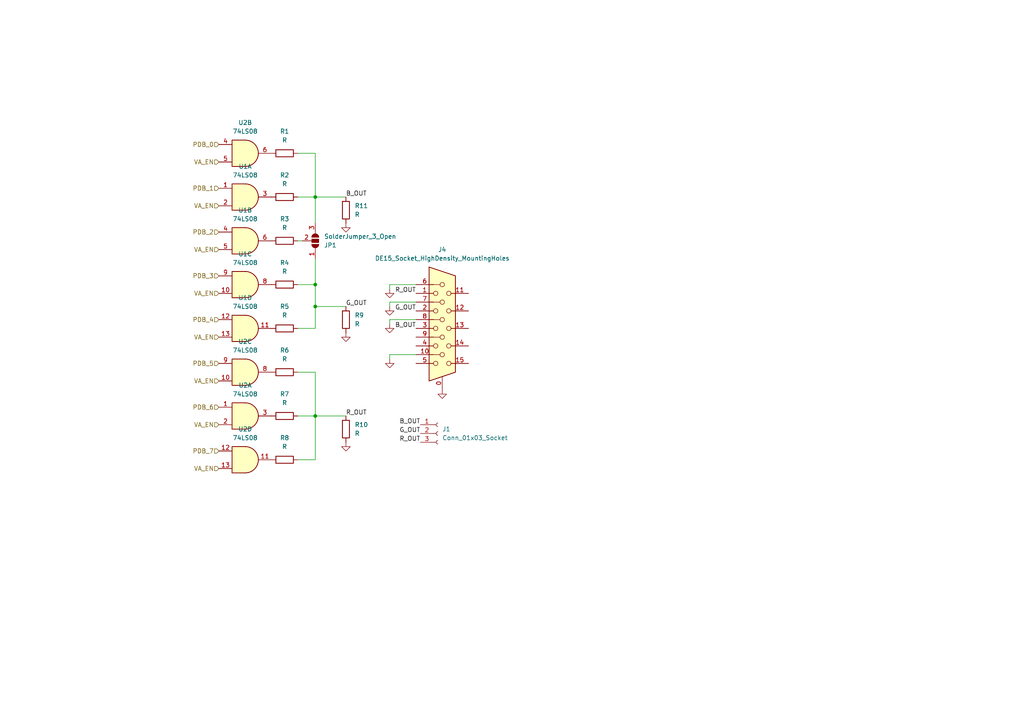
<source format=kicad_sch>
(kicad_sch (version 20250114) (generator "eeschema") (generator_version "9.0")
  (paper "A4")
  (lib_symbols
    (symbol "74xx:74LS08" (pin_names (offset 1.016))
      (property "Reference" "U" (at 0 1.27 0))
      (property "Value" "74LS08" (at 0 -1.27 0))
      (symbol "74LS08_1_1"
        (arc (start 0 3.81) (mid 3.7934 0) (end 0 -3.81) (stroke (width 0.254)) (fill (type background)))
        (polyline (pts (xy 0 3.81) (xy -3.81 3.81) (xy -3.81 -3.81) (xy 0 -3.81)) (stroke (width 0.254)) (fill (type background)))
        (pin input line (at -7.62 2.54 0) (length 3.81) (name "~") (number "1"))
        (pin input line (at -7.62 -2.54 0) (length 3.81) (name "~") (number "2"))
        (pin output line (at 7.62 0 180) (length 3.81) (name "~") (number "3"))
      )
      (symbol "74LS08_1_2"
        (arc (start -3.81 3.81) (mid -2.589 0) (end -3.81 -3.81) (stroke (width 0.254)))
        (polyline (pts (xy -3.81 3.81) (xy -0.635 3.81)) (stroke (width 0.254)) (fill (type background)))
        (polyline (pts (xy -3.81 -3.81) (xy -0.635 -3.81)) (stroke (width 0.254)) (fill (type background)))
        (arc (start 3.81 0) (mid 2.1855 -2.584) (end -0.6096 -3.81) (stroke (width 0.254)) (fill (type background)))
        (arc (start -0.6096 3.81) (mid 2.1928 2.5924) (end 3.81 0) (stroke (width 0.254)) (fill (type background)))
        (polyline (pts (xy -0.635 3.81) (xy -3.81 3.81) (xy -3.81 3.81) (xy -3.556 3.4036) (xy -3.0226 2.2606) (xy -2.6924 1.0414) (xy -2.6162 -0.254) (xy -2.7686 -1.4986) (xy -3.175 -2.7178) (xy -3.81 -3.81) (xy -3.81 -3.81) (xy -0.635 -3.81)) (stroke (width -25.4)) (fill (type background)))
        (pin input inverted (at -7.62 2.54 0) (length 4.318) (name "~") (number "1"))
        (pin input inverted (at -7.62 -2.54 0) (length 4.318) (name "~") (number "2"))
        (pin output inverted (at 7.62 0 180) (length 3.81) (name "~") (number "3"))
      )
      (symbol "74LS08_2_1"
        (arc (start 0 3.81) (mid 3.7934 0) (end 0 -3.81) (stroke (width 0.254)) (fill (type background)))
        (polyline (pts (xy 0 3.81) (xy -3.81 3.81) (xy -3.81 -3.81) (xy 0 -3.81)) (stroke (width 0.254)) (fill (type background)))
        (pin input line (at -7.62 2.54 0) (length 3.81) (name "~") (number "4"))
        (pin input line (at -7.62 -2.54 0) (length 3.81) (name "~") (number "5"))
        (pin output line (at 7.62 0 180) (length 3.81) (name "~") (number "6"))
      )
      (symbol "74LS08_2_2"
        (arc (start -3.81 3.81) (mid -2.589 0) (end -3.81 -3.81) (stroke (width 0.254)))
        (polyline (pts (xy -3.81 3.81) (xy -0.635 3.81)) (stroke (width 0.254)) (fill (type background)))
        (polyline (pts (xy -3.81 -3.81) (xy -0.635 -3.81)) (stroke (width 0.254)) (fill (type background)))
        (arc (start 3.81 0) (mid 2.1855 -2.584) (end -0.6096 -3.81) (stroke (width 0.254)) (fill (type background)))
        (arc (start -0.6096 3.81) (mid 2.1928 2.5924) (end 3.81 0) (stroke (width 0.254)) (fill (type background)))
        (polyline (pts (xy -0.635 3.81) (xy -3.81 3.81) (xy -3.81 3.81) (xy -3.556 3.4036) (xy -3.0226 2.2606) (xy -2.6924 1.0414) (xy -2.6162 -0.254) (xy -2.7686 -1.4986) (xy -3.175 -2.7178) (xy -3.81 -3.81) (xy -3.81 -3.81) (xy -0.635 -3.81)) (stroke (width -25.4)) (fill (type background)))
        (pin input inverted (at -7.62 2.54 0) (length 4.318) (name "~") (number "4"))
        (pin input inverted (at -7.62 -2.54 0) (length 4.318) (name "~") (number "5"))
        (pin output inverted (at 7.62 0 180) (length 3.81) (name "~") (number "6"))
      )
      (symbol "74LS08_3_1"
        (arc (start 0 3.81) (mid 3.7934 0) (end 0 -3.81) (stroke (width 0.254)) (fill (type background)))
        (polyline (pts (xy 0 3.81) (xy -3.81 3.81) (xy -3.81 -3.81) (xy 0 -3.81)) (stroke (width 0.254)) (fill (type background)))
        (pin input line (at -7.62 2.54 0) (length 3.81) (name "~") (number "9"))
        (pin input line (at -7.62 -2.54 0) (length 3.81) (name "~") (number "10"))
        (pin output line (at 7.62 0 180) (length 3.81) (name "~") (number "8"))
      )
      (symbol "74LS08_3_2"
        (arc (start -3.81 3.81) (mid -2.589 0) (end -3.81 -3.81) (stroke (width 0.254)))
        (polyline (pts (xy -3.81 3.81) (xy -0.635 3.81)) (stroke (width 0.254)) (fill (type background)))
        (polyline (pts (xy -3.81 -3.81) (xy -0.635 -3.81)) (stroke (width 0.254)) (fill (type background)))
        (arc (start 3.81 0) (mid 2.1855 -2.584) (end -0.6096 -3.81) (stroke (width 0.254)) (fill (type background)))
        (arc (start -0.6096 3.81) (mid 2.1928 2.5924) (end 3.81 0) (stroke (width 0.254)) (fill (type background)))
        (polyline (pts (xy -0.635 3.81) (xy -3.81 3.81) (xy -3.81 3.81) (xy -3.556 3.4036) (xy -3.0226 2.2606) (xy -2.6924 1.0414) (xy -2.6162 -0.254) (xy -2.7686 -1.4986) (xy -3.175 -2.7178) (xy -3.81 -3.81) (xy -3.81 -3.81) (xy -0.635 -3.81)) (stroke (width -25.4)) (fill (type background)))
        (pin input inverted (at -7.62 2.54 0) (length 4.318) (name "~") (number "9"))
        (pin input inverted (at -7.62 -2.54 0) (length 4.318) (name "~") (number "10"))
        (pin output inverted (at 7.62 0 180) (length 3.81) (name "~") (number "8"))
      )
      (symbol "74LS08_4_1"
        (arc (start 0 3.81) (mid 3.7934 0) (end 0 -3.81) (stroke (width 0.254)) (fill (type background)))
        (polyline (pts (xy 0 3.81) (xy -3.81 3.81) (xy -3.81 -3.81) (xy 0 -3.81)) (stroke (width 0.254)) (fill (type background)))
        (pin input line (at -7.62 2.54 0) (length 3.81) (name "~") (number "12"))
        (pin input line (at -7.62 -2.54 0) (length 3.81) (name "~") (number "13"))
        (pin output line (at 7.62 0 180) (length 3.81) (name "~") (number "11"))
      )
      (symbol "74LS08_4_2"
        (arc (start -3.81 3.81) (mid -2.589 0) (end -3.81 -3.81) (stroke (width 0.254)))
        (polyline (pts (xy -3.81 3.81) (xy -0.635 3.81)) (stroke (width 0.254)) (fill (type background)))
        (polyline (pts (xy -3.81 -3.81) (xy -0.635 -3.81)) (stroke (width 0.254)) (fill (type background)))
        (arc (start 3.81 0) (mid 2.1855 -2.584) (end -0.6096 -3.81) (stroke (width 0.254)) (fill (type background)))
        (arc (start -0.6096 3.81) (mid 2.1928 2.5924) (end 3.81 0) (stroke (width 0.254)) (fill (type background)))
        (polyline (pts (xy -0.635 3.81) (xy -3.81 3.81) (xy -3.81 3.81) (xy -3.556 3.4036) (xy -3.0226 2.2606) (xy -2.6924 1.0414) (xy -2.6162 -0.254) (xy -2.7686 -1.4986) (xy -3.175 -2.7178) (xy -3.81 -3.81) (xy -3.81 -3.81) (xy -0.635 -3.81)) (stroke (width -25.4)) (fill (type background)))
        (pin input inverted (at -7.62 2.54 0) (length 4.318) (name "~") (number "12"))
        (pin input inverted (at -7.62 -2.54 0) (length 4.318) (name "~") (number "13"))
        (pin output inverted (at 7.62 0 180) (length 3.81) (name "~") (number "11"))
      )
      (symbol "74LS08_5_0"
        (pin power_in line (at 0 12.7 270) (length 5.08) (name "VCC") (number "14"))
        (pin power_in line (at 0 -12.7 90) (length 5.08) (name "GND") (number "7"))
      )
      (symbol "74LS08_5_1"
        (rectangle (start -5.08 7.62) (end 5.08 -7.62) (stroke (width 0.254)) (fill (type background)))
      )
    )
    (symbol "Connector:Conn_01x03_Socket" (pin_names (offset 1.016) (hide yes))
      (property "Reference" "J" (at 0 5.08 0))
      (property "Value" "Conn_01x03_Socket" (at 0 -5.08 0))
      (symbol "Conn_01x03_Socket_1_1"
        (polyline (pts (xy -1.27 2.54) (xy -0.508 2.54)) (stroke (width 0.1524)))
        (polyline (pts (xy -1.27 0) (xy -0.508 0)) (stroke (width 0.1524)))
        (polyline (pts (xy -1.27 -2.54) (xy -0.508 -2.54)) (stroke (width 0.1524)))
        (arc (start 0 2.032) (mid -0.5058 2.54) (end 0 3.048) (stroke (width 0.1524)))
        (arc (start 0 -0.508) (mid -0.5058 0) (end 0 0.508) (stroke (width 0.1524)))
        (arc (start 0 -3.048) (mid -0.5058 -2.54) (end 0 -2.032) (stroke (width 0.1524)))
        (pin passive line (at -5.08 2.54 0) (length 3.81) (name "Pin_1") (number "1"))
        (pin passive line (at -5.08 0 0) (length 3.81) (name "Pin_2") (number "2"))
        (pin passive line (at -5.08 -2.54 0) (length 3.81) (name "Pin_3") (number "3"))
      )
    )
    (symbol "Connector:DE15_Socket_HighDensity_MountingHoles" (pin_names (offset 1.016) (hide yes))
      (property "Reference" "J" (at 0 21.59 0))
      (property "Value" "DE15_Socket_HighDensity_MountingHoles" (at 0 19.05 0))
      (symbol "DE15_Socket_HighDensity_MountingHoles_0_1"
        (polyline (pts (xy -3.81 17.78) (xy -3.81 -15.24) (xy 3.81 -12.7) (xy 3.81 15.24) (xy -3.81 17.78)) (stroke (width 0.254)) (fill (type background)))
        (polyline (pts (xy -3.175 7.62) (xy -0.635 7.62)))
        (circle (center -1.905 10.16) (radius 0.635))
        (circle (center -1.905 5.08) (radius 0.635))
        (circle (center -1.905 0) (radius 0.635))
        (circle (center -1.905 -5.08) (radius 0.635))
        (circle (center -1.905 -10.16) (radius 0.635))
        (polyline (pts (xy -0.635 12.7) (xy -3.175 12.7)))
        (polyline (pts (xy -0.635 2.54) (xy -3.175 2.54)))
        (polyline (pts (xy -0.635 -2.54) (xy -3.175 -2.54)))
        (polyline (pts (xy -0.635 -7.62) (xy -3.175 -7.62)))
        (circle (center 0 12.7) (radius 0.635))
        (circle (center 0 7.62) (radius 0.635))
        (circle (center 0 2.54) (radius 0.635))
        (circle (center 0 -2.54) (radius 0.635))
        (circle (center 0 -7.62) (radius 0.635))
        (circle (center 1.905 10.16) (radius 0.635))
        (circle (center 1.905 5.08) (radius 0.635))
        (circle (center 1.905 0) (radius 0.635))
        (circle (center 1.905 -5.08) (radius 0.635))
        (circle (center 1.905 -10.16) (radius 0.635))
      )
      (symbol "DE15_Socket_HighDensity_MountingHoles_1_1"
        (pin passive line (at -7.62 12.7 0) (length 5.08) (name "~") (number "6"))
        (pin passive line (at -7.62 10.16 0) (length 5.08) (name "~") (number "1"))
        (pin passive line (at -7.62 7.62 0) (length 5.08) (name "~") (number "7"))
        (pin passive line (at -7.62 5.08 0) (length 5.08) (name "~") (number "2"))
        (pin passive line (at -7.62 2.54 0) (length 5.08) (name "~") (number "8"))
        (pin passive line (at -7.62 0 0) (length 5.08) (name "~") (number "3"))
        (pin passive line (at -7.62 -2.54 0) (length 5.08) (name "~") (number "9"))
        (pin passive line (at -7.62 -5.08 0) (length 5.08) (name "~") (number "4"))
        (pin passive line (at -7.62 -7.62 0) (length 5.08) (name "~") (number "10"))
        (pin passive line (at -7.62 -10.16 0) (length 5.08) (name "~") (number "5"))
        (pin passive line (at 0 -17.78 90) (length 3.81) (name "~") (number "0"))
        (pin passive line (at 7.62 10.16 180) (length 5.08) (name "~") (number "11"))
        (pin passive line (at 7.62 5.08 180) (length 5.08) (name "~") (number "12"))
        (pin passive line (at 7.62 0 180) (length 5.08) (name "~") (number "13"))
        (pin passive line (at 7.62 -5.08 180) (length 5.08) (name "~") (number "14"))
        (pin passive line (at 7.62 -10.16 180) (length 5.08) (name "~") (number "15"))
      )
    )
    (symbol "Device:R" (pin_numbers (hide yes)) (pin_names (offset 0))
      (property "Reference" "R" (at 2.032 0 90))
      (property "Value" "R" (at 0 0 90))
      (symbol "R_0_1"
        (rectangle (start -1.016 -2.54) (end 1.016 2.54) (stroke (width 0.254)))
      )
      (symbol "R_1_1"
        (pin passive line (at 0 3.81 270) (length 1.27) (name "~") (number "1"))
        (pin passive line (at 0 -3.81 90) (length 1.27) (name "~") (number "2"))
      )
    )
    (symbol "Jumper:SolderJumper_3_Open" (pin_names (offset 0) (hide yes)) (in_bom no)
      (property "Reference" "JP" (at -2.54 -2.54 0))
      (property "Value" "SolderJumper_3_Open" (at 0 2.794 0))
      (symbol "SolderJumper_3_Open_0_1"
        (polyline (pts (xy -2.54 0) (xy -2.032 0)))
        (polyline (pts (xy -1.016 1.016) (xy -1.016 -1.016)))
        (arc (start -1.016 -1.016) (mid -2.0276 0) (end -1.016 1.016))
        (arc (start -1.016 -1.016) (mid -2.0276 0) (end -1.016 1.016) (fill (type outline)))
        (rectangle (start -0.508 1.016) (end 0.508 -1.016) (fill (type outline)))
        (polyline (pts (xy 0 -1.27) (xy 0 -1.016)))
        (arc (start 1.016 1.016) (mid 2.0276 0) (end 1.016 -1.016))
        (arc (start 1.016 1.016) (mid 2.0276 0) (end 1.016 -1.016) (fill (type outline)))
        (polyline (pts (xy 1.016 1.016) (xy 1.016 -1.016)))
        (polyline (pts (xy 2.54 0) (xy 2.032 0)))
      )
      (symbol "SolderJumper_3_Open_1_1"
        (pin passive line (at -5.08 0 0) (length 2.54) (name "A") (number "1"))
        (pin passive line (at 0 -3.81 90) (length 2.54) (name "C") (number "2"))
        (pin passive line (at 5.08 0 180) (length 2.54) (name "B") (number "3"))
      )
    )
    (symbol "power:GND" (power) (pin_names (offset 0))
      (property "Value" "GND" (at 0 -3.81 0))
      (symbol "GND_0_1"
        (polyline (pts (xy 0 0) (xy 0 -1.27) (xy 1.27 -1.27) (xy 0 -2.54) (xy -1.27 -1.27) (xy 0 -1.27)))
      )
      (symbol "GND_1_1"
        (pin power_in line (at 0 0 270) (length 0) (hide yes) (name "GND") (number "1"))
      )
    )
  )
  (junction (at 91.44 120.65))
  (junction (at 91.44 88.9))
  (junction (at 91.44 57.15))
  (junction (at 91.44 82.55))
  (wire (pts (xy 86.36 107.95) (xy 91.44 107.95)))
  (wire (pts (xy 91.44 74.93) (xy 91.44 82.55)))
  (wire (pts (xy 113.03 102.87) (xy 120.65 102.87)))
  (wire (pts (xy 91.44 133.35) (xy 86.36 133.35)))
  (wire (pts (xy 113.03 104.14) (xy 113.03 102.87)))
  (wire (pts (xy 91.44 88.9) (xy 91.44 95.25)))
  (wire (pts (xy 91.44 88.9) (xy 100.33 88.9)))
  (wire (pts (xy 113.03 87.63) (xy 120.65 87.63)))
  (wire (pts (xy 113.03 92.71) (xy 120.65 92.71)))
  (wire (pts (xy 113.03 83.82) (xy 113.03 82.55)))
  (wire (pts (xy 91.44 82.55) (xy 91.44 88.9)))
  (wire (pts (xy 91.44 57.15) (xy 100.33 57.15)))
  (wire (pts (xy 91.44 44.45) (xy 91.44 57.15)))
  (wire (pts (xy 86.36 82.55) (xy 91.44 82.55)))
  (wire (pts (xy 91.44 107.95) (xy 91.44 120.65)))
  (wire (pts (xy 91.44 64.77) (xy 91.44 57.15)))
  (wire (pts (xy 113.03 82.55) (xy 120.65 82.55)))
  (wire (pts (xy 87.63 69.85) (xy 86.36 69.85)))
  (wire (pts (xy 113.03 88.9) (xy 113.03 87.63)))
  (wire (pts (xy 91.44 120.65) (xy 91.44 133.35)))
  (wire (pts (xy 91.44 95.25) (xy 86.36 95.25)))
  (wire (pts (xy 113.03 93.98) (xy 113.03 92.71)))
  (wire (pts (xy 86.36 57.15) (xy 91.44 57.15)))
  (wire (pts (xy 86.36 120.65) (xy 91.44 120.65)))
  (wire (pts (xy 91.44 120.65) (xy 100.33 120.65)))
  (wire (pts (xy 86.36 44.45) (xy 91.44 44.45)))
  (label "G_OUT" (at 121.92 125.73 180))
  (label "R_OUT" (at 120.65 85.09 180))
  (label "R_OUT" (at 121.92 128.27 180))
  (label "G_OUT" (at 120.65 90.17 180))
  (label "G_OUT" (at 100.33 88.9 0))
  (label "B_OUT" (at 120.65 95.25 180))
  (label "B_OUT" (at 121.92 123.19 180))
  (label "B_OUT" (at 100.33 57.15 0))
  (label "R_OUT" (at 100.33 120.65 0))
  (hierarchical_label "PDB_4" (shape input) (at 63.5 92.71 180))
  (hierarchical_label "VA_EN" (shape input) (at 63.5 135.89 180))
  (hierarchical_label "VA_EN" (shape input) (at 63.5 46.99 180))
  (hierarchical_label "PDB_7" (shape input) (at 63.5 130.81 180))
  (hierarchical_label "VA_EN" (shape input) (at 63.5 59.69 180))
  (hierarchical_label "VA_EN" (shape input) (at 63.5 123.19 180))
  (hierarchical_label "VA_EN" (shape input) (at 63.5 72.39 180))
  (hierarchical_label "VA_EN" (shape input) (at 63.5 97.79 180))
  (hierarchical_label "VA_EN" (shape input) (at 63.5 110.49 180))
  (hierarchical_label "PDB_3" (shape input) (at 63.5 80.01 180))
  (hierarchical_label "VA_EN" (shape input) (at 63.5 85.09 180))
  (hierarchical_label "PDB_2" (shape input) (at 63.5 67.31 180))
  (hierarchical_label "PDB_0" (shape input) (at 63.5 41.91 180))
  (hierarchical_label "PDB_6" (shape input) (at 63.5 118.11 180))
  (hierarchical_label "PDB_1" (shape input) (at 63.5 54.61 180))
  (hierarchical_label "PDB_5" (shape input) (at 63.5 105.41 180))
  (symbol (lib_id "power:GND") (at 113.03 93.98 0) (unit 1)
    (property "Reference" "#PWR039" (effects (hide yes)))
    (property "Value" "GND" (effects (hide yes)))
  )
  (symbol (lib_id "Device:R") (at 82.55 107.95 90) (unit 1)
    (property "Reference" "R6" (at 82.55 101.6 90))
    (property "Value" "R" (at 82.55 104.14 90))
    (property "Footprint" "Resistor_THT:R_Axial_DIN0204_L3.6mm_D1.6mm_P7.62mm_Horizontal" (effects (hide yes)))
    (property "Description" "Resistor" (effects (hide yes)))
  )
  (symbol (lib_id "Device:R") (at 82.55 95.25 90) (unit 1)
    (property "Reference" "R5" (at 82.55 88.9 90))
    (property "Value" "R" (at 82.55 91.44 90))
    (property "Footprint" "Resistor_THT:R_Axial_DIN0204_L3.6mm_D1.6mm_P7.62mm_Horizontal" (effects (hide yes)))
    (property "Description" "Resistor" (effects (hide yes)))
  )
  (symbol (lib_id "74xx:74LS08") (at 71.12 69.85 0) (unit 2)
    (property "Reference" "U1" (at 71.1117 60.96 0))
    (property "Value" "74LS08" (at 71.1117 63.5 0))
    (property "Footprint" "Package_SO:SO-14_3.9x8.65mm_P1.27mm" (effects (hide yes)))
    (property "Datasheet" "http://www.ti.com/lit/gpn/sn74LS08" (effects (hide yes)))
    (property "Description" "Quad And2" (effects (hide yes)))
  )
  (symbol (lib_id "Device:R") (at 82.55 44.45 90) (unit 1)
    (property "Reference" "R1" (at 82.55 38.1 90))
    (property "Value" "R" (at 82.55 40.64 90))
    (property "Footprint" "Resistor_THT:R_Axial_DIN0204_L3.6mm_D1.6mm_P7.62mm_Horizontal" (effects (hide yes)))
    (property "Description" "Resistor" (effects (hide yes)))
  )
  (symbol (lib_id "Device:R") (at 82.55 133.35 90) (unit 1)
    (property "Reference" "R8" (at 82.55 127 90))
    (property "Value" "R" (at 82.55 129.54 90))
    (property "Footprint" "Resistor_THT:R_Axial_DIN0204_L3.6mm_D1.6mm_P7.62mm_Horizontal" (effects (hide yes)))
    (property "Description" "Resistor" (effects (hide yes)))
  )
  (symbol (lib_id "Device:R") (at 82.55 57.15 90) (unit 1)
    (property "Reference" "R2" (at 82.55 50.8 90))
    (property "Value" "R" (at 82.55 53.34 90))
    (property "Footprint" "Resistor_THT:R_Axial_DIN0204_L3.6mm_D1.6mm_P7.62mm_Horizontal" (effects (hide yes)))
    (property "Description" "Resistor" (effects (hide yes)))
  )
  (symbol (lib_id "Device:R") (at 82.55 82.55 90) (unit 1)
    (property "Reference" "R4" (at 82.55 76.2 90))
    (property "Value" "R" (at 82.55 78.74 90))
    (property "Footprint" "Resistor_THT:R_Axial_DIN0204_L3.6mm_D1.6mm_P7.62mm_Horizontal" (effects (hide yes)))
    (property "Description" "Resistor" (effects (hide yes)))
  )
  (symbol (lib_id "Jumper:SolderJumper_3_Open") (at 91.44 69.85 270) (mirror x) (unit 1) (in_bom no)
    (property "Reference" "JP1" (at 93.98 71.1201 90) (effects (justify left)))
    (property "Value" "SolderJumper_3_Open" (at 93.98 68.5801 90) (effects (justify left)))
    (property "Footprint" "Jumper:SolderJumper-3_P1.3mm_Open_RoundedPad1.0x1.5mm" (effects (hide yes)))
    (property "Description" "Solder Jumper, 3-pole, open" (effects (hide yes)))
  )
  (symbol (lib_id "Device:R") (at 100.33 124.46 180) (unit 1)
    (property "Reference" "R10" (at 102.87 123.1899 0) (effects (justify right)))
    (property "Value" "R" (at 102.87 125.7299 0) (effects (justify right)))
    (property "Footprint" "Resistor_THT:R_Axial_DIN0204_L3.6mm_D1.6mm_P7.62mm_Horizontal" (effects (hide yes)))
    (property "Description" "Resistor" (effects (hide yes)))
  )
  (symbol (lib_id "Device:R") (at 100.33 60.96 180) (unit 1)
    (property "Reference" "R11" (at 102.87 59.6899 0) (effects (justify right)))
    (property "Value" "R" (at 102.87 62.2299 0) (effects (justify right)))
    (property "Footprint" "Resistor_THT:R_Axial_DIN0204_L3.6mm_D1.6mm_P7.62mm_Horizontal" (effects (hide yes)))
    (property "Description" "Resistor" (effects (hide yes)))
  )
  (symbol (lib_id "power:GND") (at 113.03 88.9 0) (unit 1)
    (property "Reference" "#PWR038" (effects (hide yes)))
    (property "Value" "GND" (effects (hide yes)))
  )
  (symbol (lib_id "Device:R") (at 82.55 69.85 90) (unit 1)
    (property "Reference" "R3" (at 82.55 63.5 90))
    (property "Value" "R" (at 82.55 66.04 90))
    (property "Footprint" "Resistor_THT:R_Axial_DIN0204_L3.6mm_D1.6mm_P7.62mm_Horizontal" (effects (hide yes)))
    (property "Description" "Resistor" (effects (hide yes)))
  )
  (symbol (lib_id "Device:R") (at 100.33 92.71 180) (unit 1)
    (property "Reference" "R9" (at 102.87 91.4399 0) (effects (justify right)))
    (property "Value" "R" (at 102.87 93.9799 0) (effects (justify right)))
    (property "Footprint" "Resistor_THT:R_Axial_DIN0204_L3.6mm_D1.6mm_P7.62mm_Horizontal" (effects (hide yes)))
    (property "Description" "Resistor" (effects (hide yes)))
  )
  (symbol (lib_id "74xx:74LS08") (at 71.12 82.55 0) (unit 3)
    (property "Reference" "U1" (at 71.1117 73.66 0))
    (property "Value" "74LS08" (at 71.1117 76.2 0))
    (property "Footprint" "Package_SO:SO-14_3.9x8.65mm_P1.27mm" (effects (hide yes)))
    (property "Datasheet" "http://www.ti.com/lit/gpn/sn74LS08" (effects (hide yes)))
    (property "Description" "Quad And2" (effects (hide yes)))
  )
  (symbol (lib_id "power:GND") (at 100.33 96.52 0) (unit 1)
    (property "Reference" "#PWR026" (effects (hide yes)))
    (property "Value" "GND" (effects (hide yes)))
  )
  (symbol (lib_id "power:GND") (at 100.33 64.77 0) (unit 1)
    (property "Reference" "#PWR025" (effects (hide yes)))
    (property "Value" "GND" (effects (hide yes)))
  )
  (symbol (lib_id "74xx:74LS08") (at 71.12 57.15 0) (unit 1)
    (property "Reference" "U1" (at 71.1117 48.26 0))
    (property "Value" "74LS08" (at 71.1117 50.8 0))
    (property "Footprint" "Package_SO:SO-14_3.9x8.65mm_P1.27mm" (effects (hide yes)))
    (property "Datasheet" "http://www.ti.com/lit/gpn/sn74LS08" (effects (hide yes)))
    (property "Description" "Quad And2" (effects (hide yes)))
  )
  (symbol (lib_id "Connector:DE15_Socket_HighDensity_MountingHoles") (at 128.27 95.25 0) (unit 1)
    (property "Reference" "J4" (at 128.27 72.39 0))
    (property "Value" "DE15_Socket_HighDensity_MountingHoles" (at 128.27 74.93 0))
    (property "Footprint" "Connector_Dsub:DSUB-15-HD_Socket_Horizontal_P2.29x2.54mm_EdgePinOffset8.35mm_Housed_MountingHolesOffset10.89mm" (effects (hide yes)))
    (property "Description" "15-pin D-SUB connector, socket (female), High density (3 columns), Triple Row, Generic, VGA-connector, Mounting Hole" (effects (hide yes)))
  )
  (symbol (lib_id "Connector:Conn_01x03_Socket") (at 127 125.73 0) (unit 1)
    (property "Reference" "J1" (at 128.27 124.4599 0) (effects (justify left)))
    (property "Value" "Conn_01x03_Socket" (at 128.27 126.9999 0) (effects (justify left)))
    (property "Footprint" "Connector_PinSocket_2.54mm:PinSocket_1x03_P2.54mm_Vertical" (effects (hide yes)))
    (property "Description" "Generic connector, single row, 01x03, script generated" (effects (hide yes)))
  )
  (symbol (lib_id "74xx:74LS08") (at 71.12 107.95 0) (unit 3)
    (property "Reference" "U2" (at 71.1117 99.06 0))
    (property "Value" "74LS08" (at 71.1117 101.6 0))
    (property "Footprint" "Package_SO:SO-14_3.9x8.65mm_P1.27mm" (effects (hide yes)))
    (property "Datasheet" "http://www.ti.com/lit/gpn/sn74LS08" (effects (hide yes)))
    (property "Description" "Quad And2" (effects (hide yes)))
  )
  (symbol (lib_id "power:GND") (at 113.03 104.14 0) (unit 1)
    (property "Reference" "#PWR051" (effects (hide yes)))
    (property "Value" "GND" (effects (hide yes)))
  )
  (symbol (lib_id "Device:R") (at 82.55 120.65 90) (unit 1)
    (property "Reference" "R7" (at 82.55 114.3 90))
    (property "Value" "R" (at 82.55 116.84 90))
    (property "Footprint" "Resistor_THT:R_Axial_DIN0204_L3.6mm_D1.6mm_P7.62mm_Horizontal" (effects (hide yes)))
    (property "Description" "Resistor" (effects (hide yes)))
  )
  (symbol (lib_id "74xx:74LS08") (at 71.12 44.45 0) (unit 2)
    (property "Reference" "U2" (at 71.1117 35.56 0))
    (property "Value" "74LS08" (at 71.1117 38.1 0))
    (property "Footprint" "Package_SO:SO-14_3.9x8.65mm_P1.27mm" (effects (hide yes)))
    (property "Datasheet" "http://www.ti.com/lit/gpn/sn74LS08" (effects (hide yes)))
    (property "Description" "Quad And2" (effects (hide yes)))
  )
  (symbol (lib_id "power:GND") (at 113.03 83.82 0) (unit 1)
    (property "Reference" "#PWR037" (effects (hide yes)))
    (property "Value" "GND" (effects (hide yes)))
  )
  (symbol (lib_id "74xx:74LS08") (at 71.12 120.65 0) (unit 1)
    (property "Reference" "U2" (at 71.1117 111.76 0))
    (property "Value" "74LS08" (at 71.1117 114.3 0))
    (property "Footprint" "Package_SO:SO-14_3.9x8.65mm_P1.27mm" (effects (hide yes)))
    (property "Datasheet" "http://www.ti.com/lit/gpn/sn74LS08" (effects (hide yes)))
    (property "Description" "Quad And2" (effects (hide yes)))
  )
  (symbol (lib_id "power:GND") (at 128.27 113.03 0) (unit 1)
    (property "Reference" "#PWR052" (effects (hide yes)))
    (property "Value" "GND" (effects (hide yes)))
  )
  (symbol (lib_id "74xx:74LS08") (at 71.12 95.25 0) (unit 4)
    (property "Reference" "U1" (at 71.1117 86.36 0))
    (property "Value" "74LS08" (at 71.1117 88.9 0))
    (property "Footprint" "Package_SO:SO-14_3.9x8.65mm_P1.27mm" (effects (hide yes)))
    (property "Datasheet" "http://www.ti.com/lit/gpn/sn74LS08" (effects (hide yes)))
    (property "Description" "Quad And2" (effects (hide yes)))
  )
  (symbol (lib_id "power:GND") (at 100.33 128.27 0) (unit 1)
    (property "Reference" "#PWR027" (effects (hide yes)))
    (property "Value" "GND" (effects (hide yes)))
  )
  (symbol (lib_id "74xx:74LS08") (at 71.12 133.35 0) (unit 4)
    (property "Reference" "U2" (at 71.1117 124.46 0))
    (property "Value" "74LS08" (at 71.1117 127 0))
    (property "Footprint" "Package_SO:SO-14_3.9x8.65mm_P1.27mm" (effects (hide yes)))
    (property "Datasheet" "http://www.ti.com/lit/gpn/sn74LS08" (effects (hide yes)))
    (property "Description" "Quad And2" (effects (hide yes)))
  )
)
</source>
